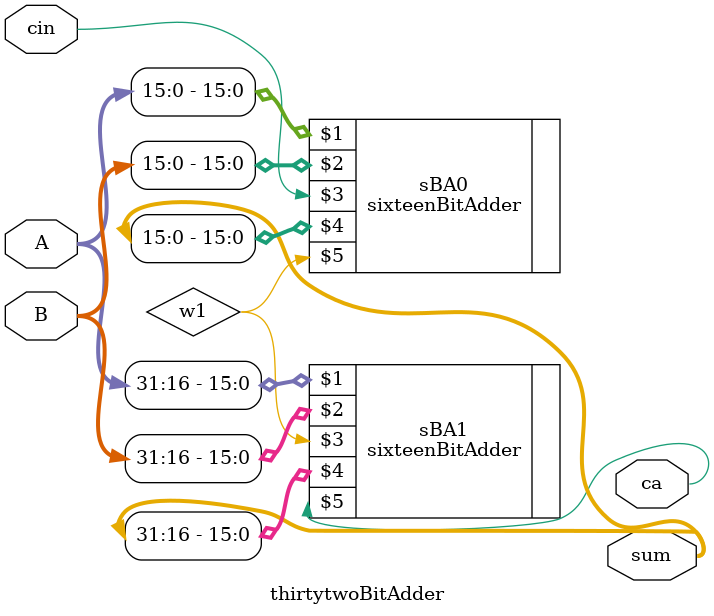
<source format=v>
`include "sixteenBitAdder.v"

module thirtytwoBitAdder(A,B,cin,sum,ca);

input [31:0] A,B; input cin;
output [31:0] sum; output ca;
wire w1;

sixteenBitAdder sBA0(A[15:0],B[15:0],cin,sum[15:0],w1);
sixteenBitAdder sBA1(A[31:16],B[31:16],w1,sum[31:16],ca);

endmodule

</source>
